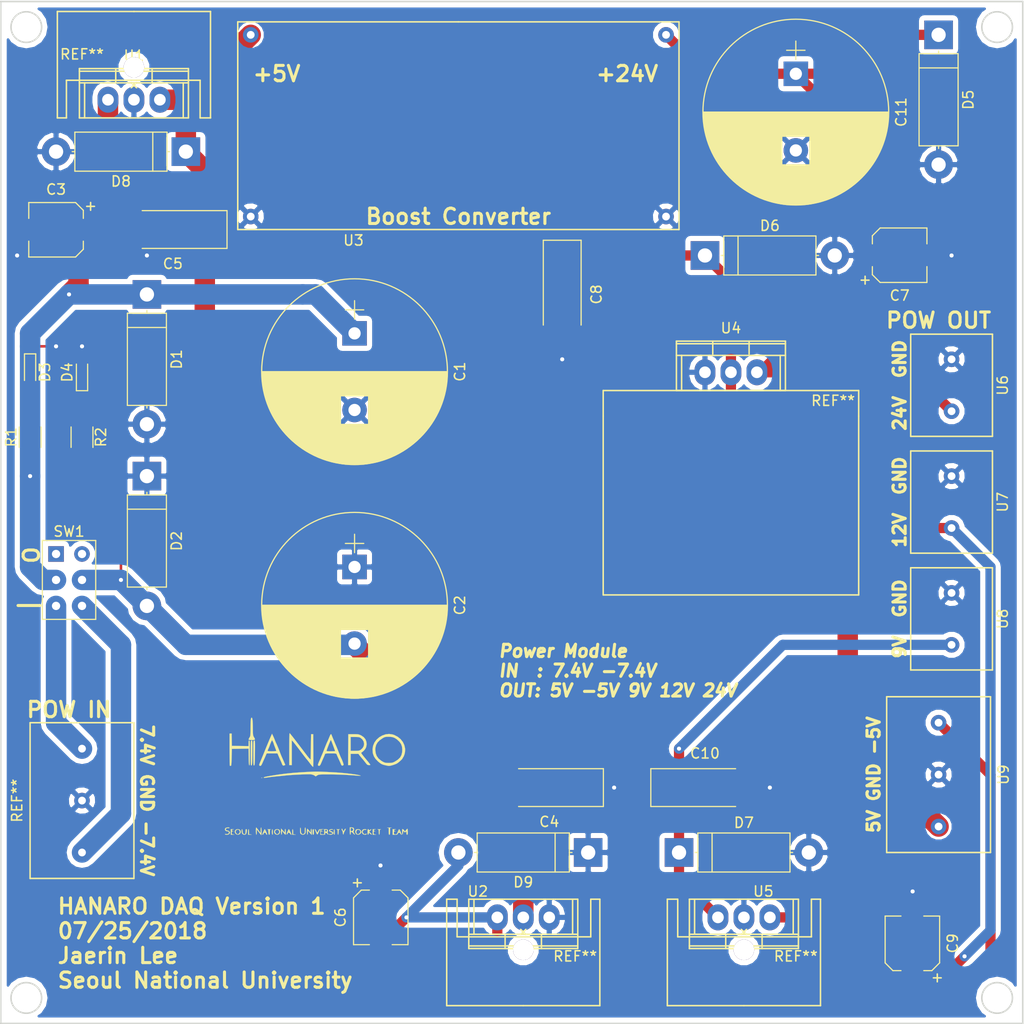
<source format=kicad_pcb>
(kicad_pcb (version 4) (host pcbnew 4.0.7)
  (layers (0 F.Cu signal) (31 B.Cu signal) (34 B.Paste user) (35 F.Paste user) (36 B.SilkS user) (37 F.SilkS user) (38 B.Mask user) (39 F.Mask user) (44 Edge.Cuts user))
  (net 0 "")
  (net 1 "Net-(C1-Pad1)")
  (net 2 GND)
  (net 3 "Net-(D3-Pad2)")
  (net 4 VDD)
  (net 5 VSS)
  (net 6 /Floating1)
  (net 7 /Floating2)
  (net 8 "Net-(D4-Pad1)")
  (net 9 "Net-(C2-Pad2)")
  (net 10 /V5out)
  (net 11 /V-5out)
  (net 12 /V24out)
  (net 13 /V12out)
  (net 14 /V9out)
  (module Capacitors_THT:CP_Radial_D18.0mm_P7.50mm (layer F.Cu) (at 134.62 77.47 270)
    (fp_text reference C1 (at 3.75 -10.31 270) (layer F.SilkS))
    (fp_text value CP1)
    (pad 1 thru_hole rect (at 0 0 270) (size 2.4 2.4) (drill 1.2) (layers *.Cu *.Mask) (net 1 "Net-(C1-Pad1)"))
    (pad 2 thru_hole circle (at 7.5 0 270) (size 2.4 2.4) (drill 1.2) (layers *.Cu *.Mask) (net 2 GND))
  )
  (module Capacitors_THT:CP_Radial_D18.0mm_P7.50mm (layer F.Cu) (at 134.62 100.33 270)
    (fp_text reference C2 (at 3.75 -10.31 270) (layer F.SilkS))
    (fp_text value CP1)
    (pad 1 thru_hole rect (at 0 0 270) (size 2.4 2.4) (drill 1.2) (layers *.Cu *.Mask) (net 2 GND))
    (pad 2 thru_hole circle (at 7.5 0 270) (size 2.4 2.4) (drill 1.2) (layers *.Cu *.Mask) (net 9 "Net-(C2-Pad2)"))
  )
  (module Capacitors_SMD:CP_Elec_5x5.3 (layer F.Cu) (at 105.41 67.31 180)
    (fp_text reference C3 (at 0 3.92 180) (layer F.SilkS))
    (fp_text value CP1)
    (fp_text user + (at -3.38 2.34 180) (layer F.SilkS))
    (pad 1 smd rect (at -2.2 0) (size 3 1.6) (layers F.Cu F.Paste F.Mask) (net 1 "Net-(C1-Pad1)"))
    (pad 2 smd rect (at 2.2 0) (size 3 1.6) (layers F.Cu F.Paste F.Mask) (net 2 GND))
  )
  (module Capacitors_Tantalum_SMD:CP_Tantalum_Case-C_EIA-6032-28_Hand (layer F.Cu) (at 153.67 121.92 180)
    (fp_text reference C4 (at 0 -3.35 180) (layer F.SilkS))
    (fp_text value CP1)
    (pad 1 smd rect (at -3.125 0 180) (size 3.75 2.5) (layers F.Cu F.Paste F.Mask) (net 2 GND))
    (pad 2 smd rect (at 3.125 0 180) (size 3.75 2.5) (layers F.Cu F.Paste F.Mask) (net 9 "Net-(C2-Pad2)"))
  )
  (module Capacitors_Tantalum_SMD:CP_Tantalum_Case-C_EIA-6032-28_Hand (layer F.Cu) (at 116.84 67.31 180)
    (fp_text reference C5 (at 0 -3.35 180) (layer F.SilkS))
    (fp_text value CP1)
    (pad 1 smd rect (at -3.125 0 180) (size 3.75 2.5) (layers F.Cu F.Paste F.Mask) (net 10 /V5out))
    (pad 2 smd rect (at 3.125 0 180) (size 3.75 2.5) (layers F.Cu F.Paste F.Mask) (net 2 GND))
  )
  (module Capacitors_SMD:CP_Elec_5x5.3 (layer F.Cu) (at 137.16 134.62 270)
    (fp_text reference C6 (at 0 3.92 270) (layer F.SilkS))
    (fp_text value CP1)
    (fp_text user + (at -3.38 2.34 270) (layer F.SilkS))
    (pad 1 smd rect (at -2.2 0 90) (size 3 1.6) (layers F.Cu F.Paste F.Mask) (net 2 GND))
    (pad 2 smd rect (at 2.2 0 90) (size 3 1.6) (layers F.Cu F.Paste F.Mask) (net 11 /V-5out))
  )
  (module Capacitors_SMD:CP_Elec_5x5.3 (layer F.Cu) (at 187.96 69.85)
    (fp_text reference C7 (at 0 3.92) (layer F.SilkS))
    (fp_text value CP1)
    (fp_text user + (at -3.38 2.34) (layer F.SilkS))
    (pad 1 smd rect (at -2.2 0 180) (size 3 1.6) (layers F.Cu F.Paste F.Mask) (net 12 /V24out))
    (pad 2 smd rect (at 2.2 0 180) (size 3 1.6) (layers F.Cu F.Paste F.Mask) (net 2 GND))
  )
  (module Capacitors_Tantalum_SMD:CP_Tantalum_Case-C_EIA-6032-28_Hand (layer F.Cu) (at 154.94 73.66 270)
    (fp_text reference C8 (at 0 -3.35 270) (layer F.SilkS))
    (fp_text value CP1)
    (pad 1 smd rect (at -3.125 0 270) (size 3.75 2.5) (layers F.Cu F.Paste F.Mask) (net 13 /V12out))
    (pad 2 smd rect (at 3.125 0 270) (size 3.75 2.5) (layers F.Cu F.Paste F.Mask) (net 2 GND))
  )
  (module Capacitors_SMD:CP_Elec_5x5.3 (layer F.Cu) (at 189.23 137.16 90)
    (fp_text reference C9 (at 0 3.92 90) (layer F.SilkS))
    (fp_text value CP1)
    (fp_text user + (at -3.38 2.34 90) (layer F.SilkS))
    (pad 1 smd rect (at -2.2 0 270) (size 3 1.6) (layers F.Cu F.Paste F.Mask) (net 13 /V12out))
    (pad 2 smd rect (at 2.2 0 270) (size 3 1.6) (layers F.Cu F.Paste F.Mask) (net 2 GND))
  )
  (module Capacitors_Tantalum_SMD:CP_Tantalum_Case-C_EIA-6032-28_Hand (layer F.Cu) (at 168.91 121.92)
    (fp_text reference C10 (at 0 -3.35) (layer F.SilkS))
    (fp_text value CP1)
    (pad 1 smd rect (at -3.125 0) (size 3.75 2.5) (layers F.Cu F.Paste F.Mask) (net 14 /V9out))
    (pad 2 smd rect (at 3.125 0) (size 3.75 2.5) (layers F.Cu F.Paste F.Mask) (net 2 GND))
  )
  (module Capacitors_THT:CP_Radial_D18.0mm_P7.50mm (layer F.Cu) (at 177.8 52.07 270)
    (fp_text reference C11 (at 3.75 -10.31 270) (layer F.SilkS))
    (fp_text value CP1)
    (pad 1 thru_hole rect (at 0 0 270) (size 2.4 2.4) (drill 1.2) (layers *.Cu *.Mask) (net 12 /V24out))
    (pad 2 thru_hole circle (at 7.5 0 270) (size 2.4 2.4) (drill 1.2) (layers *.Cu *.Mask) (net 2 GND))
  )
  (module Diodes_THT:D_5W_P12.70mm_Horizontal (layer F.Cu) (at 114.3 73.66 270)
    (fp_text reference D1 (at 6.35 -2.91 270) (layer F.SilkS))
    (fp_text value D)
    (pad 1 thru_hole rect (at 0 0 270) (size 2.8 2.8) (drill 1.4) (layers *.Cu *.Mask) (net 1 "Net-(C1-Pad1)"))
    (pad 2 thru_hole oval (at 12.7 0 270) (size 2.8 2.8) (drill 1.4) (layers *.Cu *.Mask) (net 2 GND))
  )
  (module Diodes_THT:D_5W_P12.70mm_Horizontal (layer F.Cu) (at 114.3 91.44 270)
    (fp_text reference D2 (at 6.35 -2.91 270) (layer F.SilkS))
    (fp_text value D)
    (pad 1 thru_hole rect (at 0 0 270) (size 2.8 2.8) (drill 1.4) (layers *.Cu *.Mask) (net 2 GND))
    (pad 2 thru_hole oval (at 12.7 0 270) (size 2.8 2.8) (drill 1.4) (layers *.Cu *.Mask) (net 9 "Net-(C2-Pad2)"))
  )
  (module LEDs:LED_0603_HandSoldering (layer F.Cu) (at 102.87 81.28 270)
    (fp_text reference D3 (at 0 -1.45 270) (layer F.SilkS))
    (fp_text value LED)
    (pad 1 smd rect (at -1.1 0 270) (size 1.2 0.9) (layers F.Cu F.Paste F.Mask) (net 2 GND))
    (pad 2 smd rect (at 1.1 0 270) (size 1.2 0.9) (layers F.Cu F.Paste F.Mask) (net 3 "Net-(D3-Pad2)"))
  )
  (module LEDs:LED_0603_HandSoldering (layer F.Cu) (at 107.95 81.28 90)
    (fp_text reference D4 (at 0 -1.45 90) (layer F.SilkS))
    (fp_text value LED)
    (pad 1 smd rect (at -1.1 0 90) (size 1.2 0.9) (layers F.Cu F.Paste F.Mask) (net 8 "Net-(D4-Pad1)"))
    (pad 2 smd rect (at 1.1 0 90) (size 1.2 0.9) (layers F.Cu F.Paste F.Mask) (net 2 GND))
  )
  (module Diodes_THT:D_5W_P12.70mm_Horizontal (layer F.Cu) (at 191.77 48.26 270)
    (fp_text reference D5 (at 6.35 -2.91 270) (layer F.SilkS))
    (fp_text value D)
    (pad 1 thru_hole rect (at 0 0 270) (size 2.8 2.8) (drill 1.4) (layers *.Cu *.Mask) (net 12 /V24out))
    (pad 2 thru_hole oval (at 12.7 0 270) (size 2.8 2.8) (drill 1.4) (layers *.Cu *.Mask) (net 2 GND))
  )
  (module Diodes_THT:D_5W_P12.70mm_Horizontal (layer F.Cu) (at 168.91 69.85)
    (fp_text reference D6 (at 6.35 -2.91) (layer F.SilkS))
    (fp_text value D)
    (pad 1 thru_hole rect (at 0 0) (size 2.8 2.8) (drill 1.4) (layers *.Cu *.Mask) (net 13 /V12out))
    (pad 2 thru_hole oval (at 12.7 0) (size 2.8 2.8) (drill 1.4) (layers *.Cu *.Mask) (net 2 GND))
  )
  (module Diodes_THT:D_5W_P12.70mm_Horizontal (layer F.Cu) (at 166.37 128.27)
    (fp_text reference D7 (at 6.35 -2.91) (layer F.SilkS))
    (fp_text value D)
    (pad 1 thru_hole rect (at 0 0) (size 2.8 2.8) (drill 1.4) (layers *.Cu *.Mask) (net 14 /V9out))
    (pad 2 thru_hole oval (at 12.7 0) (size 2.8 2.8) (drill 1.4) (layers *.Cu *.Mask) (net 2 GND))
  )
  (module Diodes_THT:D_5W_P12.70mm_Horizontal (layer F.Cu) (at 118.11 59.69 180)
    (fp_text reference D8 (at 6.35 -2.91 180) (layer F.SilkS))
    (fp_text value D)
    (pad 1 thru_hole rect (at 0 0 180) (size 2.8 2.8) (drill 1.4) (layers *.Cu *.Mask) (net 10 /V5out))
    (pad 2 thru_hole oval (at 12.7 0 180) (size 2.8 2.8) (drill 1.4) (layers *.Cu *.Mask) (net 2 GND))
  )
  (module Diodes_THT:D_5W_P12.70mm_Horizontal (layer F.Cu) (at 157.48 128.27 180)
    (fp_text reference D9 (at 6.35 -2.91 180) (layer F.SilkS))
    (fp_text value D)
    (pad 1 thru_hole rect (at 0 0 180) (size 2.8 2.8) (drill 1.4) (layers *.Cu *.Mask) (net 2 GND))
    (pad 2 thru_hole oval (at 12.7 0 180) (size 2.8 2.8) (drill 1.4) (layers *.Cu *.Mask) (net 11 /V-5out))
  )
  (module Resistors_SMD:R_1206_HandSoldering (layer F.Cu) (at 102.87 87.63 90)
    (fp_text reference R1 (at 0 -1.85 90) (layer F.SilkS))
    (fp_text value R)
    (pad 1 smd rect (at -2 0 90) (size 2 1.7) (layers F.Cu F.Paste F.Mask) (net 1 "Net-(C1-Pad1)"))
    (pad 2 smd rect (at 2 0 90) (size 2 1.7) (layers F.Cu F.Paste F.Mask) (net 3 "Net-(D3-Pad2)"))
  )
  (module Resistors_SMD:R_1206_HandSoldering (layer F.Cu) (at 107.95 87.63 270)
    (fp_text reference R2 (at 0 -1.85 270) (layer F.SilkS))
    (fp_text value R)
    (pad 1 smd rect (at -2 0 270) (size 2 1.7) (layers F.Cu F.Paste F.Mask) (net 8 "Net-(D4-Pad1)"))
    (pad 2 smd rect (at 2 0 270) (size 2 1.7) (layers F.Cu F.Paste F.Mask) (net 9 "Net-(C2-Pad2)"))
  )
  (module Buttons_Switches_THT:SW_NKK_G1xJP (layer F.Cu) (at 105.41 99.06)
    (fp_text reference SW1 (at 1.27 -2.2) (layer F.SilkS))
    (fp_text value SW_DPDT_x2)
    (pad 1 thru_hole rect (at 0 0) (size 1.524 1.524) (drill 0.8128) (layers *.Cu *.Mask) (net 6 /Floating1))
    (pad 2 thru_hole circle (at 0 2.54) (size 1.524 1.524) (drill 0.8128) (layers *.Cu *.Mask) (net 1 "Net-(C1-Pad1)"))
    (pad 3 thru_hole circle (at 0 5.08) (size 1.524 1.524) (drill 0.8128) (layers *.Cu *.Mask) (net 4 VDD))
    (pad 4 thru_hole circle (at 2.54 5.08) (size 1.524 1.524) (drill 0.8128) (layers *.Cu *.Mask) (net 5 VSS))
    (pad 5 thru_hole circle (at 2.54 2.54) (size 1.524 1.524) (drill 0.8128) (layers *.Cu *.Mask) (net 9 "Net-(C2-Pad2)"))
    (pad 6 thru_hole circle (at 2.54 0) (size 1.524 1.524) (drill 0.8128) (layers *.Cu *.Mask) (net 7 /Floating2))
  )
  (module Power_Integrations:TO-220 (layer F.Cu) (at 113.03 54.61)
    (fp_text reference U1 (at 0 -4.318) (layer F.SilkS))
    (fp_text value L7805)
    (pad 2 thru_hole oval (at 0 0) (size 2.032 2.54) (drill 1.143) (layers *.Cu *.Mask) (net 2 GND))
    (pad 3 thru_hole oval (at 2.54 0) (size 2.032 2.54) (drill 1.143) (layers *.Cu *.Mask) (net 10 /V5out))
    (pad 1 thru_hole oval (at -2.54 0) (size 2.032 2.54) (drill 1.143) (layers *.Cu *.Mask) (net 1 "Net-(C1-Pad1)"))
  )
  (module Power_Integrations:TO-220 (layer F.Cu) (at 151.13 134.62 180)
    (fp_text reference U2 (at 4.445 2.54 180) (layer F.SilkS))
    (fp_text value L7905)
    (pad 2 thru_hole oval (at 0 0 180) (size 2.032 2.54) (drill 1.143) (layers *.Cu *.Mask) (net 9 "Net-(C2-Pad2)"))
    (pad 3 thru_hole oval (at 2.54 0 180) (size 2.032 2.54) (drill 1.143) (layers *.Cu *.Mask) (net 11 /V-5out))
    (pad 1 thru_hole oval (at -2.54 0 180) (size 2.032 2.54) (drill 1.143) (layers *.Cu *.Mask) (net 2 GND))
  )
  (module Hanaro:Boost.Conv (layer F.Cu) (at 144.78 57.15)
    (fp_text reference U3 (at -10.2616 11.2268) (layer F.SilkS))
    (fp_text value BoostConv)
    (pad 1 thru_hole circle (at -20.32 -8.89) (size 1.524 1.524) (drill 0.762) (layers *.Cu *.Mask) (net 10 /V5out))
    (pad 2 thru_hole circle (at -20.32 8.89) (size 1.524 1.524) (drill 0.762) (layers *.Cu *.Mask) (net 2 GND))
    (pad 3 thru_hole circle (at 20.32 -8.89) (size 1.524 1.524) (drill 0.762) (layers *.Cu *.Mask) (net 12 /V24out))
    (pad 4 thru_hole circle (at 20.32 8.89) (size 1.524 1.524) (drill 0.762) (layers *.Cu *.Mask) (net 2 GND))
  )
  (module Power_Integrations:TO-220 (layer F.Cu) (at 171.45 81.28)
    (fp_text reference U4 (at 0 -4.318) (layer F.SilkS))
    (fp_text value LM1085-12)
    (pad 2 thru_hole oval (at 0 0) (size 2.032 2.54) (drill 1.143) (layers *.Cu *.Mask) (net 13 /V12out))
    (pad 3 thru_hole oval (at 2.54 0) (size 2.032 2.54) (drill 1.143) (layers *.Cu *.Mask) (net 12 /V24out))
    (pad 1 thru_hole oval (at -2.54 0) (size 2.032 2.54) (drill 1.143) (layers *.Cu *.Mask) (net 2 GND))
  )
  (module Power_Integrations:TO-220 (layer F.Cu) (at 172.72 134.62 180)
    (fp_text reference U5 (at -1.905 2.54 180) (layer F.SilkS))
    (fp_text value L7809)
    (pad 2 thru_hole oval (at 0 0 180) (size 2.032 2.54) (drill 1.143) (layers *.Cu *.Mask) (net 2 GND))
    (pad 3 thru_hole oval (at 2.54 0 180) (size 2.032 2.54) (drill 1.143) (layers *.Cu *.Mask) (net 14 /V9out))
    (pad 1 thru_hole oval (at -2.54 0 180) (size 2.032 2.54) (drill 1.143) (layers *.Cu *.Mask) (net 13 /V12out))
  )
  (module Hanaro:Connector.3pin (layer F.Cu) (at 107.95 123.19 270)
    (fp_text reference REF** (at 0 6.35 270) (layer F.SilkS))
    (fp_text value Connector.3pin)
    (pad 2 thru_hole circle (at 0 0 270) (size 1.524 1.524) (drill 0.762) (layers *.Cu *.Mask) (net 2 GND))
    (pad 1 thru_hole circle (at -5.08 0 270) (size 1.524 1.524) (drill 0.762) (layers *.Cu *.Mask) (net 4 VDD))
    (pad 3 thru_hole circle (at 5.08 0 270) (size 1.524 1.524) (drill 0.762) (layers *.Cu *.Mask) (net 5 VSS))
  )
  (module Hanaro:Connector.2pin (layer F.Cu) (at 193.04 82.55 90)
    (fp_text reference U6 (at 0 5 90) (layer F.SilkS))
    (fp_text value Conn2)
    (pad 1 thru_hole circle (at -2.54 0 90) (size 1.524 1.524) (drill 0.762) (layers *.Cu *.Mask) (net 12 /V24out))
    (pad 2 thru_hole circle (at 2.54 0 90) (size 1.524 1.524) (drill 0.762) (layers *.Cu *.Mask) (net 2 GND))
  )
  (module Hanaro:Connector.2pin (layer F.Cu) (at 193.04 93.98 90)
    (fp_text reference U7 (at 0 5 90) (layer F.SilkS))
    (fp_text value Conn2)
    (pad 1 thru_hole circle (at -2.54 0 90) (size 1.524 1.524) (drill 0.762) (layers *.Cu *.Mask) (net 13 /V12out))
    (pad 2 thru_hole circle (at 2.54 0 90) (size 1.524 1.524) (drill 0.762) (layers *.Cu *.Mask) (net 2 GND))
  )
  (module Hanaro:Connector.2pin (layer F.Cu) (at 193.04 105.41 90)
    (fp_text reference U8 (at 0 5 90) (layer F.SilkS))
    (fp_text value Conn2)
    (pad 1 thru_hole circle (at -2.54 0 90) (size 1.524 1.524) (drill 0.762) (layers *.Cu *.Mask) (net 14 /V9out))
    (pad 2 thru_hole circle (at 2.54 0 90) (size 1.524 1.524) (drill 0.762) (layers *.Cu *.Mask) (net 2 GND))
  )
  (module Hanaro:Connector.3pin (layer F.Cu) (at 191.77 120.65 90)
    (fp_text reference U9 (at 0 6.35 90) (layer F.SilkS))
    (fp_text value Conn3)
    (pad 2 thru_hole circle (at 0 0 90) (size 1.524 1.524) (drill 0.762) (layers *.Cu *.Mask) (net 2 GND))
    (pad 1 thru_hole circle (at -5.08 0 90) (size 1.524 1.524) (drill 0.762) (layers *.Cu *.Mask) (net 10 /V5out))
    (pad 3 thru_hole circle (at 5.08 0 90) (size 1.524 1.524) (drill 0.762) (layers *.Cu *.Mask) (net 11 /V-5out))
  )
  (module Hanaro:Heatsink.TO220.Large (layer F.Cu) (at 171.45 93.0656 180)
    (fp_text reference REF** (at -10 9 180) (layer F.SilkS))
    (fp_text value Heatsink.TO220.Large)
  )
  (module Hanaro:Heatsink.TO220.Small (layer F.Cu) (at 113.03 51.435)
    (fp_text reference REF** (at -5.08 -1.27) (layer F.SilkS))
    (fp_text value Heatsink.TO220.Small)
    (pad 1 thru_hole circle (at 0 0) (size 2 2) (drill 2) (layers *.Cu *.Mask))
  )
  (module Hanaro:Heatsink.TO220.Small (layer F.Cu) (at 172.72 137.795 180)
    (fp_text reference REF** (at -5.08 -0.635 180) (layer F.SilkS))
    (fp_text value Heatsink.TO220.Small)
    (pad 1 thru_hole circle (at 0 0 180) (size 2 2) (drill 2) (layers *.Cu *.Mask))
  )
  (module Hanaro:Heatsink.TO220.Small (layer F.Cu) (at 151.13 137.795 180)
    (fp_text reference REF** (at -5.08 -0.635 180) (layer F.SilkS))
    (fp_text value Heatsink.TO220.Small)
    (pad 1 thru_hole circle (at 0 0 180) (size 2 2) (drill 2) (layers *.Cu *.Mask))
  )
  (module Hanaro:Logo.Large (layer F.Cu) (at 130.81 118.11)
    (fp_text reference G*** hide)
    (fp_text value LOGO hide)
  )
  (gr_text "Boost Converter" (at 144.78 66.04) (layer F.SilkS) (effects (font (size 1.5 1.5) (thickness 0.3))))
  (gr_text +24V (at 161.29 52.07) (layer F.SilkS) (effects (font (size 1.5 1.5) (thickness 0.3))))
  (gr_text +5V (at 127 52.07) (layer F.SilkS) (effects (font (size 1.5 1.5) (thickness 0.3))))
  (gr_text "POW OUT" (at 191.77 76.2) (layer F.SilkS) (effects (font (size 1.5 1.5) (thickness 0.3))))
  (gr_text "POW IN" (at 106.68 114.3) (layer F.SilkS) (effects (font (size 1.5 1.5) (thickness 0.3))))
  (gr_text "24V  GND" (at 187.96 82.55 90) (layer F.SilkS) (effects (font (size 1.2 1.2) (thickness 0.3))))
  (gr_text "12V  GND" (at 187.96 93.98 90) (layer F.SilkS) (effects (font (size 1.2 1.2) (thickness 0.3))))
  (gr_text "9V  GND" (at 187.96 105.41 90) (layer F.SilkS) (effects (font (size 1.2 1.2) (thickness 0.3))))
  (gr_text "5V GND -5V" (at 185.42 120.65 90) (layer F.SilkS) (effects (font (size 1.2 1.2) (thickness 0.3))))
  (gr_text "O   |" (at 102.87 101.6 270) (layer F.SilkS) (effects (font (size 1.5 1.5) (thickness 0.3))))
  (gr_text "7.4V GND -7.4V" (at 114.3 123.19 270) (layer F.SilkS) (effects (font (size 1.2 1.2) (thickness 0.3))))
  (gr_text "Power Module\nIN  : 7.4V -7.4V\nOUT: 5V -5V 9V 12V 24V" (at 148.59 110.49) (layer F.SilkS) (effects (font (size 1.2 1.2) (thickness 0.3) italic) (justify left)))
  (gr_text "HANARO DAQ Version 1\n07/25/2018\nJaerin Lee\nSeoul National University" (at 105.41 137.16) (layer F.SilkS) (effects (font (size 1.5 1.5) (thickness 0.3)) (justify left)))
  (gr_circle (center 102.5 142.5) (end 102.5 144) (layer Edge.Cuts) (width 0.15))
  (gr_circle (center 197.5 142.5) (end 197.5 144) (layer Edge.Cuts) (width 0.15))
  (gr_circle (center 197.5 47.5) (end 197.5 49) (layer Edge.Cuts) (width 0.15))
  (gr_circle (center 102.5 47.5) (end 102.5 49) (layer Edge.Cuts) (width 0.15))
  (gr_line (start 100 145) (end 100 45) (angle 90) (layer Edge.Cuts) (width 0.15))
  (gr_line (start 200 145) (end 100 145) (angle 90) (layer Edge.Cuts) (width 0.15))
  (gr_line (start 200 45) (end 200 145) (angle 90) (layer Edge.Cuts) (width 0.15))
  (gr_line (start 100 45) (end 200 45) (angle 90) (layer Edge.Cuts) (width 0.15))
  (segment (start 102.87 89.63) (end 102.87 91.44) (width 0.25) (layer F.Cu) (net 1))
  (via (at 102.87 91.44) (size 0.6) (drill 0.4) (layers F.Cu B.Cu) (net 1))
  (via (at 106.68 73.66) (size 0.6) (drill 0.4) (layers F.Cu B.Cu) (net 1))
  (segment (start 107.61 67.31) (end 107.61 72.73) (width 2) (layer F.Cu) (net 1))
  (segment (start 107.61 72.73) (end 106.68 73.66) (width 2) (layer F.Cu) (net 1))
  (segment (start 107.61 67.31) (end 107.95 66.97) (width 2) (layer F.Cu) (net 1))
  (segment (start 107.95 66.97) (end 107.95 63.5) (width 2) (layer F.Cu) (net 1))
  (segment (start 107.95 63.5) (end 110.49 60.96) (width 2) (layer F.Cu) (net 1))
  (segment (start 110.49 60.96) (end 110.49 54.61) (width 2) (layer F.Cu) (net 1))
  (segment (start 102.87 77.47) (end 106.68 73.66) (width 2) (layer B.Cu) (net 1))
  (segment (start 104.14 101.6) (end 102.87 100.33) (width 2) (layer B.Cu) (net 1))
  (segment (start 102.87 100.33) (end 102.87 91.44) (width 2) (layer B.Cu) (net 1))
  (segment (start 102.87 91.44) (end 102.87 78.74) (width 2) (layer B.Cu) (net 1))
  (segment (start 102.87 78.74) (end 102.87 77.47) (width 2) (layer B.Cu) (net 1))
  (segment (start 105.41 101.6) (end 104.14 101.6) (width 2) (layer B.Cu) (net 1))
  (segment (start 106.68 73.66) (end 114.3 73.66) (width 2) (layer B.Cu) (net 1))
  (segment (start 114.3 73.66) (end 129.54 73.66) (width 2) (layer B.Cu) (net 1))
  (segment (start 129.54 73.66) (end 130.81 73.66) (width 2) (layer B.Cu) (net 1))
  (segment (start 130.81 73.66) (end 134.62 77.47) (width 2) (layer B.Cu) (net 1))
  (segment (start 102.87 80.18) (end 102.87 78.74) (width 0.25) (layer F.Cu) (net 2))
  (via (at 105.41 78.74) (size 0.6) (drill 0.4) (layers F.Cu B.Cu) (net 2))
  (segment (start 102.87 78.74) (end 105.41 78.74) (width 0.25) (layer F.Cu) (net 2))
  (via (at 107.95 78.74) (size 0.6) (drill 0.4) (layers F.Cu B.Cu) (net 2))
  (segment (start 107.95 80.18) (end 107.95 78.74) (width 0.25) (layer F.Cu) (net 2))
  (segment (start 103.21 67.31) (end 103.21 68.24) (width 0.25) (layer F.Cu) (net 2))
  (via (at 101.6 69.85) (size 0.6) (drill 0.4) (layers F.Cu B.Cu) (net 2))
  (segment (start 103.21 68.24) (end 101.6 69.85) (width 0.25) (layer F.Cu) (net 2))
  (segment (start 113.715 67.31) (end 113.715 69.265) (width 0.25) (layer F.Cu) (net 2))
  (via (at 114.3 69.85) (size 0.6) (drill 0.4) (layers F.Cu B.Cu) (net 2))
  (segment (start 113.715 69.265) (end 114.3 69.85) (width 0.25) (layer F.Cu) (net 2))
  (segment (start 154.94 76.785) (end 154.94 80.01) (width 0.25) (layer F.Cu) (net 2))
  (via (at 154.94 80.01) (size 0.6) (drill 0.4) (layers F.Cu B.Cu) (net 2))
  (segment (start 190.16 69.85) (end 193.04 69.85) (width 0.25) (layer F.Cu) (net 2))
  (via (at 193.04 69.85) (size 0.6) (drill 0.4) (layers F.Cu B.Cu) (net 2))
  (segment (start 156.795 121.92) (end 160.02 121.92) (width 0.25) (layer F.Cu) (net 2))
  (via (at 160.02 121.92) (size 0.6) (drill 0.4) (layers F.Cu B.Cu) (net 2))
  (via (at 175.26 121.92) (size 0.6) (drill 0.4) (layers F.Cu B.Cu) (net 2))
  (segment (start 172.035 121.92) (end 175.26 121.92) (width 0.25) (layer F.Cu) (net 2))
  (segment (start 189.23 134.96) (end 189.23 132.08) (width 0.25) (layer F.Cu) (net 2))
  (via (at 189.23 132.08) (size 0.6) (drill 0.4) (layers F.Cu B.Cu) (net 2))
  (segment (start 137.16 132.42) (end 137.16 129.54) (width 0.25) (layer F.Cu) (net 2))
  (via (at 137.16 129.54) (size 0.6) (drill 0.4) (layers F.Cu B.Cu) (net 2))
  (segment (start 102.87 82.38) (end 102.87 85.63) (width 0.25) (layer F.Cu) (net 3))
  (segment (start 107.95 118.11) (end 105.41 115.57) (width 2) (layer B.Cu) (net 4))
  (segment (start 105.41 115.57) (end 105.41 104.14) (width 2) (layer B.Cu) (net 4))
  (segment (start 107.95 128.27) (end 111.76 124.46) (width 2) (layer B.Cu) (net 5))
  (segment (start 111.76 107.95) (end 107.95 104.14) (width 2) (layer B.Cu) (net 5))
  (segment (start 111.76 124.46) (end 111.76 107.95) (width 2) (layer B.Cu) (net 5))
  (segment (start 107.95 82.38) (end 107.95 85.63) (width 0.25) (layer F.Cu) (net 8))
  (segment (start 107.95 89.63) (end 107.95 91.44) (width 0.25) (layer F.Cu) (net 9))
  (via (at 111.76 101.6) (size 0.6) (drill 0.4) (layers F.Cu B.Cu) (net 9))
  (segment (start 111.76 95.25) (end 111.76 101.6) (width 0.25) (layer F.Cu) (net 9))
  (segment (start 107.95 91.44) (end 111.76 95.25) (width 0.25) (layer F.Cu) (net 9))
  (segment (start 148.59 121.92) (end 151.13 124.46) (width 2) (layer F.Cu) (net 9))
  (segment (start 151.13 124.46) (end 151.13 134.62) (width 2) (layer F.Cu) (net 9))
  (segment (start 134.62 107.83) (end 134.62 107.95) (width 2) (layer F.Cu) (net 9))
  (segment (start 134.62 107.95) (end 148.59 121.92) (width 2) (layer F.Cu) (net 9))
  (segment (start 148.59 121.92) (end 150.545 121.92) (width 2) (layer F.Cu) (net 9))
  (segment (start 114.3 104.14) (end 118.11 107.95) (width 2) (layer B.Cu) (net 9))
  (segment (start 118.11 107.95) (end 134.5 107.95) (width 2) (layer B.Cu) (net 9))
  (segment (start 134.5 107.95) (end 134.62 107.83) (width 2) (layer B.Cu) (net 9))
  (segment (start 107.95 101.6) (end 111.76 101.6) (width 2) (layer B.Cu) (net 9))
  (segment (start 111.76 101.6) (end 114.3 104.14) (width 2) (layer B.Cu) (net 9))
  (segment (start 119.965 67.31) (end 119.965 88.215) (width 2) (layer F.Cu) (net 10))
  (segment (start 182.88 116.84) (end 191.77 125.73) (width 2) (layer F.Cu) (net 10))
  (segment (start 182.88 100.33) (end 182.88 116.84) (width 2) (layer F.Cu) (net 10))
  (segment (start 175.26 92.71) (end 182.88 100.33) (width 2) (layer F.Cu) (net 10))
  (segment (start 124.46 92.71) (end 175.26 92.71) (width 2) (layer F.Cu) (net 10))
  (segment (start 119.965 88.215) (end 124.46 92.71) (width 2) (layer F.Cu) (net 10))
  (segment (start 118.11 54.61) (end 124.46 48.26) (width 2) (layer F.Cu) (net 10))
  (segment (start 115.57 54.61) (end 118.11 54.61) (width 2) (layer F.Cu) (net 10))
  (segment (start 118.11 54.61) (end 118.11 59.69) (width 2) (layer F.Cu) (net 10))
  (segment (start 118.11 59.69) (end 119.965 61.545) (width 2) (layer F.Cu) (net 10))
  (segment (start 119.965 61.545) (end 119.965 67.31) (width 2) (layer F.Cu) (net 10))
  (segment (start 148.59 134.62) (end 148.59 138.43) (width 1) (layer F.Cu) (net 11))
  (segment (start 196.85 120.65) (end 191.77 115.57) (width 1) (layer F.Cu) (net 11))
  (segment (start 196.85 138.43) (end 196.85 120.65) (width 1) (layer F.Cu) (net 11))
  (segment (start 193.04 142.24) (end 196.85 138.43) (width 1) (layer F.Cu) (net 11))
  (segment (start 152.4 142.24) (end 193.04 142.24) (width 1) (layer F.Cu) (net 11))
  (segment (start 148.59 138.43) (end 152.4 142.24) (width 1) (layer F.Cu) (net 11))
  (segment (start 137.16 136.82) (end 137.5 136.82) (width 1) (layer F.Cu) (net 11))
  (segment (start 137.5 136.82) (end 139.7 134.62) (width 1) (layer F.Cu) (net 11))
  (via (at 139.7 134.62) (size 0.6) (drill 0.4) (layers F.Cu B.Cu) (net 11))
  (via (at 148.59 134.62) (size 0.6) (drill 0.4) (layers F.Cu B.Cu) (net 11))
  (segment (start 144.78 128.27) (end 144.78 129.54) (width 1) (layer B.Cu) (net 11))
  (segment (start 144.78 129.54) (end 139.7 134.62) (width 1) (layer B.Cu) (net 11))
  (segment (start 144.78 134.62) (end 139.7 134.62) (width 1) (layer B.Cu) (net 11))
  (segment (start 144.78 134.62) (end 148.59 134.62) (width 1) (layer B.Cu) (net 11))
  (segment (start 173.99 81.28) (end 189.23 81.28) (width 1) (layer F.Cu) (net 12))
  (segment (start 189.23 81.28) (end 193.04 85.09) (width 1) (layer F.Cu) (net 12))
  (segment (start 177.8 52.07) (end 182.88 52.07) (width 1) (layer F.Cu) (net 12))
  (segment (start 186.69 48.26) (end 191.77 48.26) (width 1) (layer F.Cu) (net 12))
  (segment (start 182.88 52.07) (end 186.69 48.26) (width 1) (layer F.Cu) (net 12))
  (segment (start 177.8 52.07) (end 168.91 52.07) (width 1) (layer F.Cu) (net 12))
  (segment (start 168.91 52.07) (end 165.1 48.26) (width 1) (layer F.Cu) (net 12))
  (segment (start 185.76 69.85) (end 185.76 60.03) (width 1) (layer F.Cu) (net 12))
  (segment (start 185.76 60.03) (end 177.8 52.07) (width 1) (layer F.Cu) (net 12))
  (segment (start 173.99 81.28) (end 174.33 81.28) (width 1) (layer F.Cu) (net 12))
  (segment (start 174.33 81.28) (end 185.76 69.85) (width 1) (layer F.Cu) (net 12))
  (via (at 177.8 52.07) (size 0.6) (drill 0.4) (layers F.Cu B.Cu) (net 12))
  (segment (start 189.23 139.36) (end 193.38 139.36) (width 1) (layer F.Cu) (net 13))
  (segment (start 196.85 100.33) (end 193.04 96.52) (width 1) (layer B.Cu) (net 13))
  (segment (start 196.85 135.89) (end 196.85 100.33) (width 1) (layer B.Cu) (net 13))
  (segment (start 194.31 138.43) (end 196.85 135.89) (width 1) (layer B.Cu) (net 13))
  (via (at 194.31 138.43) (size 0.6) (drill 0.4) (layers F.Cu B.Cu) (net 13))
  (segment (start 193.38 139.36) (end 194.31 138.43) (width 1) (layer F.Cu) (net 13))
  (segment (start 171.45 81.28) (end 171.45 85.09) (width 1) (layer F.Cu) (net 13))
  (segment (start 171.45 85.09) (end 182.88 96.52) (width 1) (layer F.Cu) (net 13))
  (segment (start 182.88 96.52) (end 193.04 96.52) (width 1) (layer F.Cu) (net 13))
  (segment (start 168.91 69.85) (end 171.45 72.39) (width 1) (layer F.Cu) (net 13))
  (segment (start 171.45 72.39) (end 171.45 81.28) (width 1) (layer F.Cu) (net 13))
  (segment (start 168.91 69.85) (end 155.625 69.85) (width 1) (layer F.Cu) (net 13))
  (segment (start 155.625 69.85) (end 154.94 70.535) (width 1) (layer F.Cu) (net 13))
  (segment (start 175.26 134.62) (end 180.34 134.62) (width 1) (layer F.Cu) (net 13))
  (segment (start 180.34 134.62) (end 185.08 139.36) (width 1) (layer F.Cu) (net 13))
  (segment (start 185.08 139.36) (end 189.23 139.36) (width 1) (layer F.Cu) (net 13))
  (segment (start 166.37 123.19) (end 166.37 118.11) (width 1) (layer F.Cu) (net 14))
  (segment (start 176.53 107.95) (end 193.04 107.95) (width 1) (layer B.Cu) (net 14))
  (segment (start 166.37 118.11) (end 176.53 107.95) (width 1) (layer B.Cu) (net 14))
  (via (at 166.37 118.11) (size 0.6) (drill 0.4) (layers F.Cu B.Cu) (net 14))
  (segment (start 166.37 128.27) (end 166.37 123.19) (width 1) (layer F.Cu) (net 14))
  (segment (start 166.37 123.19) (end 166.37 122.505) (width 1) (layer F.Cu) (net 14))
  (segment (start 166.37 122.505) (end 165.785 121.92) (width 1) (layer F.Cu) (net 14))
  (segment (start 166.37 128.27) (end 166.37 130.81) (width 1) (layer F.Cu) (net 14))
  (segment (start 166.37 130.81) (end 170.18 134.62) (width 1) (layer F.Cu) (net 14))
  (zone (net 2) (net_name GND) (layer B.Cu) (connect_pads (clearance 0.508)) (min_thickness 0.254) (fill yes (arc_segments 16) (thermal_gap 0.508) (thermal_bridge_width 0.508))
    (polygon (pts (xy 200.14 144.85) (xy 100.14 144.85) (xy 100.14 44.85) (xy 200.14 44.85)))
  )
)
</source>
